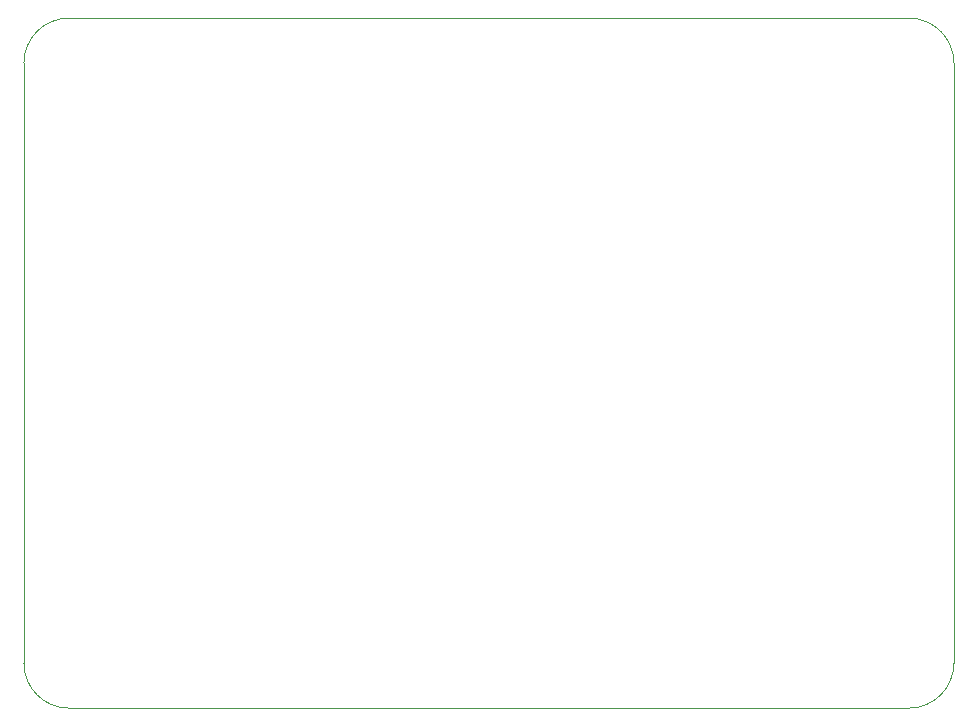
<source format=gbr>
G04 #@! TF.GenerationSoftware,KiCad,Pcbnew,(5.1.2-1)-1*
G04 #@! TF.CreationDate,2019-08-26T08:25:21+10:00*
G04 #@! TF.ProjectId,register-b,72656769-7374-4657-922d-622e6b696361,rev?*
G04 #@! TF.SameCoordinates,Original*
G04 #@! TF.FileFunction,Profile,NP*
%FSLAX46Y46*%
G04 Gerber Fmt 4.6, Leading zero omitted, Abs format (unit mm)*
G04 Created by KiCad (PCBNEW (5.1.2-1)-1) date 2019-08-26 08:25:21*
%MOMM*%
%LPD*%
G04 APERTURE LIST*
%ADD10C,0.100000*%
G04 APERTURE END LIST*
D10*
X93980000Y-31750000D02*
X93980000Y-82550000D01*
X93980000Y-82550000D02*
G75*
G02X90170000Y-86360000I-3810000J0D01*
G01*
X90170000Y-27940000D02*
G75*
G02X93980000Y-31750000I0J-3810000D01*
G01*
X19050000Y-86360000D02*
X90170000Y-86360000D01*
X15240000Y-31750000D02*
X15240000Y-82550000D01*
X15240000Y-31750000D02*
G75*
G02X19050000Y-27940000I3810000J0D01*
G01*
X19050000Y-86360000D02*
G75*
G02X15240000Y-82550000I0J3810000D01*
G01*
X19050000Y-27940000D02*
X90170000Y-27940000D01*
M02*

</source>
